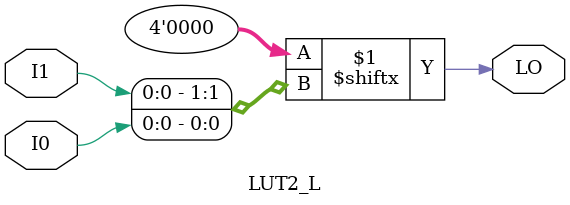
<source format=v>
/*

FUNCTION    : 2-inputs LUT

*/

`celldefine
`timescale  100 ps / 10 ps

module LUT2_L (LO, I0, I1);

    parameter INIT = 4'h0;

    input I0, I1;

    output LO;

    wire out;

        assign LO = INIT[{I1,I0}];

endmodule

</source>
